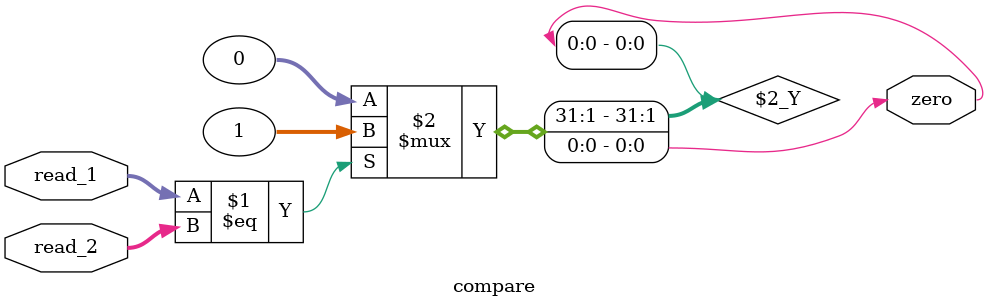
<source format=v>
`timescale 1ns / 1ps


module compare(
    input [31:0] read_1,
    input [31:0] read_2,
    output zero
    );
    assign zero = (read_1 == read_2) ? 1:0;
endmodule

</source>
